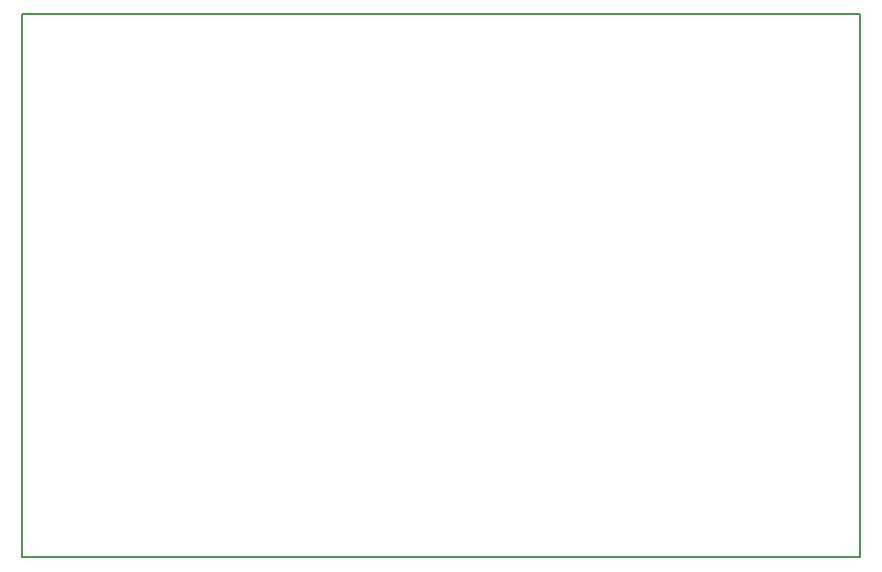
<source format=gbr>
G04 #@! TF.FileFunction,Profile,NP*
%FSLAX46Y46*%
G04 Gerber Fmt 4.6, Leading zero omitted, Abs format (unit mm)*
G04 Created by KiCad (PCBNEW 4.0.7-e2-6376~61~ubuntu18.04.1) date Sat Jul 21 17:42:36 2018*
%MOMM*%
%LPD*%
G01*
G04 APERTURE LIST*
%ADD10C,0.100000*%
%ADD11C,0.150000*%
G04 APERTURE END LIST*
D10*
D11*
X67000000Y-65000000D02*
X67000000Y-111000000D01*
X138000000Y-111000000D02*
X67000000Y-111000000D01*
X138000000Y-65000000D02*
X138000000Y-111000000D01*
X67000000Y-65000000D02*
X138000000Y-65000000D01*
M02*

</source>
